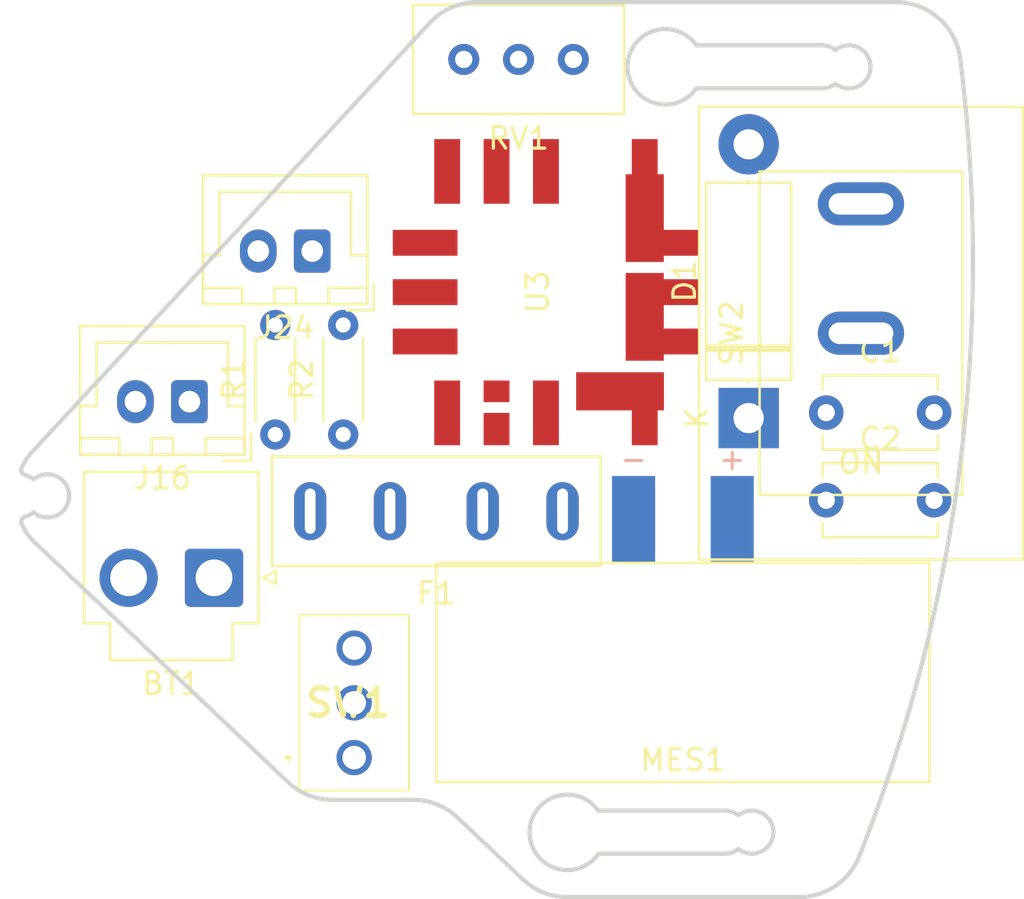
<source format=kicad_pcb>
(kicad_pcb (version 20221018) (generator pcbnew)
  (layers (0 "F.Cu" signal) (31 "B.Cu" signal) (34 "B.Paste" user) (35 "F.Paste" user) (36 "B.SilkS" user "B.Silkscreen") (37 "F.SilkS" user "F.Silkscreen") (38 "B.Mask" user) (39 "F.Mask" user) (44 "Edge.Cuts" user))
  (net 0 "")
  (net 1 "Net-(BT1-+)")
  (net 2 "GND")
  (net 3 "+12V")
  (net 4 "+5V")
  (net 5 "Net-(D1-K)")
  (net 6 "Net-(U3-ON{slash}OFF_CTRL)")
  (net 7 "Net-(R2-Pad1)")
  (net 8 "Net-(R2-Pad2)")
  (net 9 "Net-(U3-TRIM)")
  (footprint "Lib:2MS1T2B4M2QES" (layer "F.Cu") (at 149.86 113.03)
    (fp_text reference "SW1" (at -0.28 -2.54) (layer "F.SilkS") (effects (font (size 1.27 1.27) (thickness 0.254))))
    (fp_text value "SW_DIP_x01" hide)
    (fp_line (start -3.1 0) (end -3.1 0) (stroke (width 0.2)) (layer "F.SilkS"))
    (fp_line (start -3.1 0) (end -3.1 0) (stroke (width 0.2)) (layer "F.SilkS"))
    (fp_line (start -3 0) (end -3 0) (stroke (width 0.2)) (layer "F.SilkS"))
    (fp_line (start -2.54 -6.605) (end -2.54 1.525) (stroke (width 0.1)) (layer "F.SilkS"))
    (fp_line (start -2.54 1.525) (end 2.54 1.525) (stroke (width 0.1)) (layer "F.SilkS"))
    (fp_line (start 2.54 -6.605) (end -2.54 -6.605) (stroke (width 0.1)) (layer "F.SilkS"))
    (fp_line (start 2.54 1.525) (end 2.54 -6.605) (stroke (width 0.1)) (layer "F.SilkS"))
    (fp_arc (start -3.1 0) (mid -3.05 -0.05) (end -3 0) (stroke (width 0.2)) (layer "F.SilkS"))
    (fp_arc (start -3 0) (mid -3.05 0.05) (end -3.1 0) (stroke (width 0.2)) (layer "F.SilkS"))
    (fp_arc (start -3 0) (mid -3.05 0.05) (end -3.1 0) (stroke (width 0.2)) (layer "F.SilkS"))
    (pad "1" thru_hole circle (at 0 0) (size 1.635 1.635) (drill 1.09) (layers "*.Cu" "*.Mask") (net 2 "GND"))
    (pad "2" thru_hole circle (at 0 -2.54) (size 1.635 1.635) (drill 1.09) (layers "*.Cu" "*.Mask") (net 6 "Net-(U3-ON{slash}OFF_CTRL)"))
    (pad "3" thru_hole circle (at 0 -5.08) (size 1.635 1.635) (drill 1.09) (layers "*.Cu" "*.Mask"))
  )
  (footprint "Diode_THT:D_5W_P12.70mm_Horizontal" (layer "F.Cu") (at 168.148 97.282 90)
    (fp_text reference "D1" (at 6.35 -2.97 90) (layer "F.SilkS"))
    (fp_text value "D_Shockley")
    (fp_text user "K" (at 0 -2.4 90) (layer "F.SilkS"))
    (fp_line (start 1.64 0) (end 1.78 0) (stroke (width 0.12)) (layer "F.SilkS"))
    (fp_line (start 1.78 -1.97) (end 1.78 1.97) (stroke (width 0.12)) (layer "F.SilkS"))
    (fp_line (start 1.78 1.97) (end 10.92 1.97) (stroke (width 0.12)) (layer "F.SilkS"))
    (fp_line (start 3.115 -1.97) (end 3.115 1.97) (stroke (width 0.12)) (layer "F.SilkS"))
    (fp_line (start 3.235 -1.97) (end 3.235 1.97) (stroke (width 0.12)) (layer "F.SilkS"))
    (fp_line (start 3.355 -1.97) (end 3.355 1.97) (stroke (width 0.12)) (layer "F.SilkS"))
    (fp_line (start 10.92 -1.97) (end 1.78 -1.97) (stroke (width 0.12)) (layer "F.SilkS"))
    (fp_line (start 10.92 1.97) (end 10.92 -1.97) (stroke (width 0.12)) (layer "F.SilkS"))
    (fp_line (start 11.06 0) (end 10.92 0) (stroke (width 0.12)) (layer "F.SilkS"))
    (pad "1" thru_hole rect (at 0 0 90) (size 2.8 2.8) (drill 1.4) (layers "*.Cu" "*.Mask") (net 5 "Net-(D1-K)"))
    (pad "2" thru_hole oval (at 12.7 0 90) (size 2.8 2.8) (drill 1.4) (layers "*.Cu" "*.Mask") (net 2 "GND"))
  )
  (footprint "Connector_JST:JST_VH_B2P-VH-B_1x02_P3.96mm_Vertical" (layer "F.Cu") (at 143.3625 104.69 180)
    (fp_text reference "BT1" (at 1.98 -4.9) (layer "F.SilkS"))
    (fp_text value "Battery")
    (fp_line (start -2.86 -0.3) (end -2.26 0) (stroke (width 0.12)) (layer "F.SilkS"))
    (fp_line (start -2.86 0.3) (end -2.86 -0.3) (stroke (width 0.12)) (layer "F.SilkS"))
    (fp_line (start -2.26 0) (end -2.86 0.3) (stroke (width 0.12)) (layer "F.SilkS"))
    (fp_line (start -2.06 -2.11) (end -0.86 -2.11) (stroke (width 0.12)) (layer "F.SilkS"))
    (fp_line (start -2.06 4.91) (end -2.06 -2.11) (stroke (width 0.12)) (layer "F.SilkS"))
    (fp_line (start -0.86 -3.81) (end 4.82 -3.81) (stroke (width 0.12)) (layer "F.SilkS"))
    (fp_line (start -0.86 -2.11) (end -0.86 -3.81) (stroke (width 0.12)) (layer "F.SilkS"))
    (fp_line (start 4.82 -3.81) (end 4.82 -2.11) (stroke (width 0.12)) (layer "F.SilkS"))
    (fp_line (start 4.82 -2.11) (end 6.02 -2.11) (stroke (width 0.12)) (layer "F.SilkS"))
    (fp_line (start 6.02 -2.11) (end 6.02 4.91) (stroke (width 0.12)) (layer "F.SilkS"))
    (fp_line (start 6.02 4.91) (end -2.06 4.91) (stroke (width 0.12)) (layer "F.SilkS"))
    (pad "1" thru_hole roundrect (at 0 0 180) (size 2.7 2.7) (drill 1.7) (layers "*.Cu" "*.Mask") (roundrect_rratio 0.092593) (net 1 "Net-(BT1-+)"))
    (pad "2" thru_hole circle (at 3.96 0 180) (size 2.7 2.7) (drill 1.7) (layers "*.Cu" "*.Mask") (net 2 "GND"))
  )
  (footprint "Resistor_THT:R_Axial_DIN0204_L3.6mm_D1.6mm_P5.08mm_Horizontal" (layer "F.Cu") (at 149.352 98.044 90)
    (fp_text reference "R2" (at 2.54 -1.92 90) (layer "F.SilkS"))
    (fp_text value "R")
    (fp_line (start 0.62 -0.92) (end 4.46 -0.92) (stroke (width 0.12)) (layer "F.SilkS"))
    (fp_line (start 0.62 0.92) (end 4.46 0.92) (stroke (width 0.12)) (layer "F.SilkS"))
    (pad "1" thru_hole circle (at 0 0 90) (size 1.4 1.4) (drill 0.7) (layers "*.Cu" "*.Mask") (net 7 "Net-(R2-Pad1)"))
    (pad "2" thru_hole oval (at 5.08 0 90) (size 1.4 1.4) (drill 0.7) (layers "*.Cu" "*.Mask") (net 8 "Net-(R2-Pad2)"))
  )
  (footprint "Capacitor_THT:C_Disc_D5.1mm_W3.2mm_P5.00mm" (layer "F.Cu") (at 171.744 101.092)
    (fp_text reference "C2" (at 2.5 -2.85) (layer "F.SilkS"))
    (fp_text value "C")
    (fp_line (start -0.17 -1.721) (end -0.17 -1.055) (stroke (width 0.12)) (layer "F.SilkS"))
    (fp_line (start -0.17 -1.721) (end 5.17 -1.721) (stroke (width 0.12)) (layer "F.SilkS"))
    (fp_line (start -0.17 1.055) (end -0.17 1.721) (stroke (width 0.12)) (layer "F.SilkS"))
    (fp_line (start -0.17 1.721) (end 5.17 1.721) (stroke (width 0.12)) (layer "F.SilkS"))
    (fp_line (start 5.17 -1.721) (end 5.17 -1.055) (stroke (width 0.12)) (layer "F.SilkS"))
    (fp_line (start 5.17 1.055) (end 5.17 1.721) (stroke (width 0.12)) (layer "F.SilkS"))
    (pad "1" thru_hole circle (at 0 0) (size 1.6 1.6) (drill 0.8) (layers "*.Cu" "*.Mask") (net 4 "+5V"))
    (pad "2" thru_hole circle (at 5 0) (size 1.6 1.6) (drill 0.8) (layers "*.Cu" "*.Mask") (net 2 "GND"))
  )
  (footprint "Lib:DCDC-murata-6A" (layer "F.Cu") (at 152.65 85.34 -90)
    (fp_text reference "U3" (at 6.096 -5.715 90) (layer "F.SilkS"))
    (fp_text value "OKL-T_6-W12N-C" hide)
    (pad "1" smd trapezoid (at 0.5 -6.1 270) (size 3 1.2) (layers "F.Cu" "F.Paste" "F.Mask") (net 6 "Net-(U3-ON{slash}OFF_CTRL)"))
    (pad "2" smd trapezoid (at 0.5 -10.68 270) (size 3 1.2) (layers "F.Cu" "F.Paste" "F.Mask") (net 3 "+12V"))
    (pad "2" smd trapezoid (at 2.665 -10.68 270) (size 4.07 1.77) (layers "F.Cu" "F.Paste" "F.Mask") (net 3 "+12V"))
    (pad "2" smd trapezoid (at 3.81 -11.7 270) (size 1.2 3) (layers "F.Cu" "F.Paste" "F.Mask") (net 3 "+12V"))
    (pad "3" smd trapezoid (at 6.1 -11.7 270) (size 1.2 3) (layers "F.Cu" "F.Paste" "F.Mask") (net 8 "Net-(R2-Pad2)"))
    (pad "3" smd trapezoid (at 7.245 -10.68 270) (size 4.07 1.77) (layers "F.Cu" "F.Paste" "F.Mask") (net 8 "Net-(R2-Pad2)"))
    (pad "3" smd trapezoid (at 8.39 -11.7 270) (size 1.2 3) (layers "F.Cu" "F.Paste" "F.Mask") (net 8 "Net-(R2-Pad2)"))
    (pad "4" smd trapezoid (at 10.7 -9.535 270) (size 1.77 4.07) (layers "F.Cu" "F.Paste" "F.Mask") (net 4 "+5V"))
    (pad "4" smd trapezoid (at 11.7 -10.68 270) (size 3 1.2) (layers "F.Cu" "F.Paste" "F.Mask") (net 4 "+5V"))
    (pad "5" smd trapezoid (at 11.7 -6.1 270) (size 3 1.2) (layers "F.Cu" "F.Paste" "F.Mask") (net 4 "+5V"))
    (pad "6" smd trapezoid (at 11.7 -1.52 270) (size 3 1.2) (layers "F.Cu" "F.Paste" "F.Mask") (net 9 "Net-(U3-TRIM)"))
    (pad "7" smd trapezoid (at 6.1 -0.5 270) (size 1.2 3) (layers "F.Cu" "F.Paste" "F.Mask") (net 8 "Net-(R2-Pad2)"))
    (pad "8" smd trapezoid (at 3.81 -0.5 270) (size 1.2 3) (layers "F.Cu" "F.Paste" "F.Mask"))
    (pad "9" smd trapezoid (at 0.5 -1.52 270) (size 3 1.2) (layers "F.Cu" "F.Paste" "F.Mask"))
    (pad "10" smd trapezoid (at 0.5 -3.81 270) (size 3 1.2) (layers "F.Cu" "F.Paste" "F.Mask"))
    (pad "11" smd trapezoid (at 12.45 -3.81 270) (size 1.5 1.2) (layers "F.Cu" "F.Paste" "F.Mask"))
    (pad "12" smd trapezoid (at 8.39 -0.5 270) (size 1.2 3) (layers "F.Cu" "F.Paste" "F.Mask"))
    (pad "13" smd trapezoid (at 10.7 -3.81 270) (size 1 1.2) (layers "F.Cu" "F.Paste" "F.Mask"))
  )
  (footprint "Resistor_THT:R_Axial_DIN0204_L3.6mm_D1.6mm_P5.08mm_Horizontal" (layer "F.Cu") (at 146.202 98.044 90)
    (fp_text reference "R1" (at 2.54 -1.92 90) (layer "F.SilkS"))
    (fp_text value "R")
    (fp_line (start 0.62 -0.92) (end 4.46 -0.92) (stroke (width 0.12)) (layer "F.SilkS"))
    (fp_line (start 0.62 0.92) (end 4.46 0.92) (stroke (width 0.12)) (layer "F.SilkS"))
    (pad "1" thru_hole circle (at 0 0 90) (size 1.4 1.4) (drill 0.7) (layers "*.Cu" "*.Mask") (net 3 "+12V"))
    (pad "2" thru_hole oval (at 5.08 0 90) (size 1.4 1.4) (drill 0.7) (layers "*.Cu" "*.Mask") (net 6 "Net-(U3-ON{slash}OFF_CTRL)"))
  )
  (footprint "Connector_JST:JST_XH_B2B-XH-A_1x02_P2.50mm_Vertical" (layer "F.Cu") (at 142.22 96.52 180)
    (fp_text reference "J16" (at 1.25 -3.55) (layer "F.SilkS"))
    (fp_text value "Conn_01x02_Socket")
    (fp_line (start -2.85 -2.75) (end -2.85 -1.5) (stroke (width 0.12)) (layer "F.SilkS"))
    (fp_line (start -2.56 -2.46) (end -2.56 3.51) (stroke (width 0.12)) (layer "F.SilkS"))
    (fp_line (start -2.56 3.51) (end 5.06 3.51) (stroke (width 0.12)) (layer "F.SilkS"))
    (fp_line (start -2.55 -2.45) (end -2.55 -1.7) (stroke (width 0.12)) (layer "F.SilkS"))
    (fp_line (start -2.55 -1.7) (end -0.75 -1.7) (stroke (width 0.12)) (layer "F.SilkS"))
    (fp_line (start -2.55 -0.2) (end -1.8 -0.2) (stroke (width 0.12)) (layer "F.SilkS"))
    (fp_line (start -1.8 -0.2) (end -1.8 2.75) (stroke (width 0.12)) (layer "F.SilkS"))
    (fp_line (start -1.8 2.75) (end 1.25 2.75) (stroke (width 0.12)) (layer "F.SilkS"))
    (fp_line (start -1.6 -2.75) (end -2.85 -2.75) (stroke (width 0.12)) (layer "F.SilkS"))
    (fp_line (start -0.75 -2.45) (end -2.55 -2.45) (stroke (width 0.12)) (layer "F.SilkS"))
    (fp_line (start -0.75 -1.7) (end -0.75 -2.45) (stroke (width 0.12)) (layer "F.SilkS"))
    (fp_line (start 0.75 -2.45) (end 0.75 -1.7) (stroke (width 0.12)) (layer "F.SilkS"))
    (fp_line (start 0.75 -1.7) (end 1.75 -1.7) (stroke (width 0.12)) (layer "F.SilkS"))
    (fp_line (start 1.75 -2.45) (end 0.75 -2.45) (stroke (width 0.12)) (layer "F.SilkS"))
    (fp_line (start 1.75 -1.7) (end 1.75 -2.45) (stroke (width 0.12)) (layer "F.SilkS"))
    (fp_line (start 3.25 -2.45) (end 3.25 -1.7) (stroke (width 0.12)) (layer "F.SilkS"))
    (fp_line (start 3.25 -1.7) (end 5.05 -1.7) (stroke (width 0.12)) (layer "F.SilkS"))
    (fp_line (start 4.3 -0.2) (end 4.3 2.75) (stroke (width 0.12)) (layer "F.SilkS"))
    (fp_line (start 4.3 2.75) (end 1.25 2.75) (stroke (width 0.12)) (layer "F.SilkS"))
    (fp_line (start 5.05 -2.45) (end 3.25 -2.45) (stroke (width 0.12)) (layer "F.SilkS"))
    (fp_line (start 5.05 -1.7) (end 5.05 -2.45) (stroke (width 0.12)) (layer "F.SilkS"))
    (fp_line (start 5.05 -0.2) (end 4.3 -0.2) (stroke (width 0.12)) (layer "F.SilkS"))
    (fp_line (start 5.06 -2.46) (end -2.56 -2.46) (stroke (width 0.12)) (layer "F.SilkS"))
    (fp_line (start 5.06 3.51) (end 5.06 -2.46) (stroke (width 0.12)) (layer "F.SilkS"))
    (pad "1" thru_hole roundrect (at 0 0 180) (size 1.7 2) (drill 1) (layers "*.Cu" "*.Mask") (roundrect_rratio 0.147059) (net 3 "+12V"))
    (pad "2" thru_hole oval (at 2.5 0 180) (size 1.7 2) (drill 1) (layers "*.Cu" "*.Mask") (net 2 "GND"))
  )
  (footprint "Lib:DS-850k" (layer "F.Cu") (at 173.355 93.345 -90)
    (fp_text reference "SW2" (at 0 6 90) (layer "F.SilkS"))
    (fp_text value "SW_DIP_x01")
    (fp_text user "ON" (at 6 0) (layer "F.SilkS"))
    (fp_line (start -10.5 -7.5) (end -10.5 7.5) (stroke (width 0.12)) (layer "F.SilkS"))
    (fp_line (start -10.5 7.5) (end 10.5 7.5) (stroke (width 0.12)) (layer "F.SilkS"))
    (fp_line (start -7.5 -4.7) (end -7.5 4.7) (stroke (width 0.12)) (layer "F.SilkS"))
    (fp_line (start -7.5 4.7) (end 7.5 4.7) (stroke (width 0.12)) (layer "F.SilkS"))
    (fp_line (start 7.5 -4.7) (end -7.5 -4.7) (stroke (width 0.12)) (layer "F.SilkS"))
    (fp_line (start 7.5 0) (end 7.5 -4.7) (stroke (width 0.12)) (layer "F.SilkS"))
    (fp_line (start 7.5 4.7) (end 7.5 0) (stroke (width 0.12)) (layer "F.SilkS"))
    (fp_line (start 10.5 -7.5) (end -10.5 -7.5) (stroke (width 0.12)) (layer "F.SilkS"))
    (fp_line (start 10.5 0) (end 10.5 -7.5) (stroke (width 0.12)) (layer "F.SilkS"))
    (fp_line (start 10.5 7.5) (end 10.5 0) (stroke (width 0.12)) (layer "F.SilkS"))
    (pad "1" thru_hole oval (at 0 0) (size 4 2) (drill oval 3 1) (layers "*.Cu" "*.Mask") (net 5 "Net-(D1-K)"))
    (pad "2" thru_hole oval (at -6 0) (size 4 2) (drill oval 3 1) (layers "*.Cu" "*.Mask") (net 3 "+12V"))
  )
  (footprint "Capacitor_THT:C_Disc_D5.1mm_W3.2mm_P5.00mm" (layer "F.Cu") (at 171.744 97.028)
    (fp_text reference "C1" (at 2.5 -2.85) (layer "F.SilkS"))
    (fp_text value "C")
    (fp_line (start -0.17 -1.721) (end -0.17 -1.055) (stroke (width 0.12)) (layer "F.SilkS"))
    (fp_line (start -0.17 -1.721) (end 5.17 -1.721) (stroke (width 0.12)) (layer "F.SilkS"))
    (fp_line (start -0.17 1.055) (end -0.17 1.721) (stroke (width 0.12)) (layer "F.SilkS"))
    (fp_line (start -0.17 1.721) (end 5.17 1.721) (stroke (width 0.12)) (layer "F.SilkS"))
    (fp_line (start 5.17 -1.721) (end 5.17 -1.055) (stroke (width 0.12)) (layer "F.SilkS"))
    (fp_line (start 5.17 1.055) (end 5.17 1.721) (stroke (width 0.12)) (layer "F.SilkS"))
    (pad "1" thru_hole circle (at 0 0) (size 1.6 1.6) (drill 0.8) (layers "*.Cu" "*.Mask") (net 3 "+12V"))
    (pad "2" thru_hole circle (at 5 0) (size 1.6 1.6) (drill 0.8) (layers "*.Cu" "*.Mask") (net 2 "GND"))
  )
  (footprint "Connector_JST:JST_XH_B2B-XH-A_1x02_P2.50mm_Vertical" (layer "F.Cu") (at 147.915 89.535 180)
    (fp_text reference "J24" (at 1.25 -3.55) (layer "F.SilkS"))
    (fp_text value "Conn_01x02_Socket")
    (fp_line (start -2.85 -2.75) (end -2.85 -1.5) (stroke (width 0.12)) (layer "F.SilkS"))
    (fp_line (start -2.56 -2.46) (end -2.56 3.51) (stroke (width 0.12)) (layer "F.SilkS"))
    (fp_line (start -2.56 3.51) (end 5.06 3.51) (stroke (width 0.12)) (layer "F.SilkS"))
    (fp_line (start -2.55 -2.45) (end -2.55 -1.7) (stroke (width 0.12)) (layer "F.SilkS"))
    (fp_line (start -2.55 -1.7) (end -0.75 -1.7) (stroke (width 0.12)) (layer "F.SilkS"))
    (fp_line (start -2.55 -0.2) (end -1.8 -0.2) (stroke (width 0.12)) (layer "F.SilkS"))
    (fp_line (start -1.8 -0.2) (end -1.8 2.75) (stroke (width 0.12)) (layer "F.SilkS"))
    (fp_line (start -1.8 2.75) (end 1.25 2.75) (stroke (width 0.12)) (layer "F.SilkS"))
    (fp_line (start -1.6 -2.75) (end -2.85 -2.75) (stroke (width 0.12)) (layer "F.SilkS"))
    (fp_line (start -0.75 -2.45) (end -2.55 -2.45) (stroke (width 0.12)) (layer "F.SilkS"))
    (fp_line (start -0.75 -1.7) (end -0.75 -2.45) (stroke (width 0.12)) (layer "F.SilkS"))
    (fp_line (start 0.75 -2.45) (end 0.75 -1.7) (stroke (width 0.12)) (layer "F.SilkS"))
    (fp_line (start 0.75 -1.7) (end 1.75 -1.7) (stroke (width 0.12)) (layer "F.SilkS"))
    (fp_line (start 1.75 -2.45) (end 0.75 -2.45) (stroke (width 0.12)) (layer "F.SilkS"))
    (fp_line (start 1.75 -1.7) (end 1.75 -2.45) (stroke (width 0.12)) (layer "F.SilkS"))
    (fp_line (start 3.25 -2.45) (end 3.25 -1.7) (stroke (width 0.12)) (layer "F.SilkS"))
    (fp_line (start 3.25 -1.7) (end 5.05 -1.7) (stroke (width 0.12)) (layer "F.SilkS"))
    (fp_line (start 4.3 -0.2) (end 4.3 2.75) (stroke (width 0.12)) (layer "F.SilkS"))
    (fp_line (start 4.3 2.75) (end 1.25 2.75) (stroke (width 0.12)) (layer "F.SilkS"))
    (fp_line (start 5.05 -2.45) (end 3.25 -2.45) (stroke (width 0.12)) (layer "F.SilkS"))
    (fp_line (start 5.05 -1.7) (end 5.05 -2.45) (stroke (width 0.12)) (layer "F.SilkS"))
    (fp_line (start 5.05 -0.2) (end 4.3 -0.2) (stroke (width 0.12)) (layer "F.SilkS"))
    (fp_line (start 5.06 -2.46) (end -2.56 -2.46) (stroke (width 0.12)) (layer "F.SilkS"))
    (fp_line (start 5.06 3.51) (end 5.06 -2.46) (stroke (width 0.12)) (layer "F.SilkS"))
    (pad "1" thru_hole roundrect (at 0 0 180) (size 1.7 2) (drill 1) (layers "*.Cu" "*.Mask") (roundrect_rratio 0.147059) (net 4 "+5V"))
    (pad "2" thru_hole oval (at 2.5 0 180) (size 1.7 2) (drill 1) (layers "*.Cu" "*.Mask") (net 2 "GND"))
  )
  (footprint "Potentiometer_THT:Potentiometer_Bourns_3296W_Vertical" (layer "F.Cu") (at 154.94 80.645 180)
    (fp_text reference "RV1" (at -2.54 -3.66) (layer "F.SilkS"))
    (fp_text value "R_Potentiometer_Trim_US" hide)
    (fp_line (start -7.425 -2.53) (end -7.425 2.54) (stroke (width 0.12)) (layer "F.SilkS"))
    (fp_line (start -7.425 -2.53) (end 2.345 -2.53) (stroke (width 0.12)) (layer "F.SilkS"))
    (fp_line (start -7.425 2.54) (end 2.345 2.54) (stroke (width 0.12)) (layer "F.SilkS"))
    (fp_line (start 2.345 -2.53) (end 2.345 2.54) (stroke (width 0.12)) (layer "F.SilkS"))
    (pad "1" thru_hole circle (at 0 0 180) (size 1.44 1.44) (drill 0.8) (layers "*.Cu" "*.Mask") (net 7 "Net-(R2-Pad1)"))
    (pad "2" thru_hole circle (at -2.54 0 180) (size 1.44 1.44) (drill 0.8) (layers "*.Cu" "*.Mask") (net 7 "Net-(R2-Pad1)"))
    (pad "3" thru_hole circle (at -5.08 0 180) (size 1.44 1.44) (drill 0.8) (layers "*.Cu" "*.Mask") (net 9 "Net-(U3-TRIM)"))
  )
  (footprint "Voltage_Counter:voltage_counter" (layer "F.Cu") (at 165.1 114.159 180)
    (fp_text reference "MES1" (at 0 1.016) (layer "F.SilkS"))
    (fp_text value "Voltmeter_DC")
    (fp_text user "-" (at 2.286 14.986) (layer "B.SilkS") (effects (justify mirror)))
    (fp_text user "+" (at -2.286 14.986) (layer "B.SilkS") (effects (justify mirror)))
    (fp_line (start -11.43 0) (end 0 0) (stroke (width 0.12)) (layer "F.SilkS"))
    (fp_line (start -11.43 10.16) (end -11.43 0) (stroke (width 0.12)) (layer "F.SilkS"))
    (fp_line (start 0 0) (end 11.43 0) (stroke (width 0.12)) (layer "F.SilkS"))
    (fp_line (start 0 10.16) (end -11.43 10.16) (stroke (width 0.12)) (layer "F.SilkS"))
    (fp_line (start 11.43 0) (end 11.43 10.16) (stroke (width 0.12)) (layer "F.SilkS"))
    (fp_line (start 11.43 10.16) (end 0 10.16) (stroke (width 0.12)) (layer "F.SilkS"))
    (pad "1" smd rect (at 2.286 12.192 180) (size 2 4) (layers "B.Cu" "B.Paste" "B.Mask") (net 2 "GND"))
    (pad "2" smd rect (at -2.286 12.192 180) (size 2 4) (layers "B.Cu" "B.Paste" "B.Mask") (net 5 "Net-(D1-K)"))
  )
  (footprint "Fuse_Socket:fuse_socket" (layer "F.Cu") (at 153.67 99.06)
    (fp_text reference "F1" (at 0 6.35) (layer "F.SilkS"))
    (fp_text value "Fuse")
    (fp_line (start -7.62 0) (end -7.62 5.08) (stroke (width 0.12)) (layer "F.SilkS"))
    (fp_line (start -7.62 5.08) (end 0 5.08) (stroke (width 0.12)) (layer "F.SilkS"))
    (fp_line (start 0 0) (end -7.62 0) (stroke (width 0.12)) (layer "F.SilkS"))
    (fp_line (start 0 5.08) (end 7.62 5.08) (stroke (width 0.12)) (layer "F.SilkS"))
    (fp_line (start 7.62 0) (end 0 0) (stroke (width 0.12)) (layer "F.SilkS"))
    (fp_line (start 7.62 5.08) (end 7.62 0) (stroke (width 0.12)) (layer "F.SilkS"))
    (pad "1" thru_hole oval (at -5.85 2.54) (size 1.5 2.7) (drill oval 0.5 2.1) (layers "*.Cu" "*.Mask") (net 1 "Net-(BT1-+)"))
    (pad "1" thru_hole oval (at -2.15 2.54) (size 1.5 2.7) (drill oval 0.5 2.1) (layers "*.Cu" "*.Mask") (net 1 "Net-(BT1-+)"))
    (pad "2" thru_hole oval (at 2.15 2.54) (size 1.5 2.7) (drill oval 0.5 2.1) (layers "*.Cu" "*.Mask") (net 5 "Net-(D1-K)"))
    (pad "2" thru_hole oval (at 5.85 2.54) (size 1.5 2.7) (drill oval 0.5 2.1) (layers "*.Cu" "*.Mask") (net 5 "Net-(D1-K)"))
  )
  (gr_arc (start 172.170857 80.207632) (mid 173.795855 80.988258) (end 172.170857 81.768884) (stroke (width 0.2)) (layer "Edge.Cuts"))
  (gr_line (start 174.981142 77.988258) (end 155.560793 77.988258) (stroke (width 0.2)) (layer "Edge.Cuts"))
  (gr_arc (start 167.670856 115.707633) (mid 169.295856 116.488258) (end 167.670856 117.268882) (stroke (width 0.2)) (layer "Edge.Cuts"))
  (gr_arc (start 134.634683 99.225348) (mid 134.775019 99.031858) (end 134.930314 98.850154) (stroke (width 0.2)) (layer "Edge.Cuts"))
  (gr_line (start 167.045856 115.488257) (end 161.169903 115.488257) (stroke (width 0.2)) (layer "Edge.Cuts"))
  (gr_arc (start 134.606256 99.291252) (mid 134.617489 99.257014) (end 134.634683 99.225348) (stroke (width 0.2)) (layer "Edge.Cuts"))
  (gr_line (start 135.068668 103.066879) (end 146.790181 114.166571) (stroke (width 0.2)) (layer "Edge.Cuts"))
  (gr_arc (start 161.184056 117.488257) (mid 157.990935 116.510802) (end 161.169903 115.488257) (stroke (width 0.2)) (layer "Edge.Cuts"))
  (gr_arc (start 167.670856 117.268882) (mid 167.377047 117.431821) (end 167.045856 117.488257) (stroke (width 0.2)) (layer "Edge.Cuts"))
  (gr_arc (start 165.717924 81.988258) (mid 162.531784 80.988256) (end 165.717925 79.988258) (stroke (width 0.2)) (layer "Edge.Cuts"))
  (gr_arc (start 134.605759 102.484474) (mid 134.524001 102.346296) (end 134.449752 102.203942) (stroke (width 0.2)) (layer "Edge.Cuts"))
  (gr_line (start 159.740892 119.49842) (end 170.487707 119.49842) (stroke (width 0.2)) (layer "Edge.Cuts"))
  (gr_line (start 165.717924 81.988258) (end 171.545858 81.988258) (stroke (width 0.2)) (layer "Edge.Cuts"))
  (gr_arc (start 171.545385 79.988258) (mid 171.876825 80.044616) (end 172.170857 80.207632) (stroke (width 0.2)) (layer "Edge.Cuts"))
  (gr_line (start 154.65075 115.809946) (end 157.678138 118.676732) (stroke (width 0.2)) (layer "Edge.Cuts"))
  (gr_arc (start 159.740892 119.49842) (mid 158.630698 119.285438) (end 157.678138 118.676732) (stroke (width 0.2)) (layer "Edge.Cuts"))
  (gr_arc (start 134.995856 101.648192) (mid 134.813641 101.7721) (end 134.608713 101.853093) (stroke (width 0.2)) (layer "Edge.Cuts"))
  (gr_arc (start 134.608713 99.923423) (mid 134.446709 99.785388) (end 134.449752 99.572574) (stroke (width 0.2)) (layer "Edge.Cuts"))
  (gr_arc (start 134.608713 99.923423) (mid 134.813641 100.004416) (end 134.995856 100.128324) (stroke (width 0.2)) (layer "Edge.Cuts"))
  (gr_line (start 161.184056 117.488257) (end 167.045856 117.488257) (stroke (width 0.2)) (layer "Edge.Cuts"))
  (gr_arc (start 174.981142 77.988258) (mid 176.965456 78.738258) (end 177.957613 80.613258) (stroke (width 0.2)) (layer "Edge.Cuts"))
  (gr_arc (start 148.852935 114.988258) (mid 147.742741 114.775276) (end 146.790181 114.166571) (stroke (width 0.2)) (layer "Edge.Cuts"))
  (gr_arc (start 135.068668 103.066879) (mid 134.837008 102.821352) (end 134.634397 102.551355) (stroke (width 0.2)) (layer "Edge.Cuts"))
  (gr_line (start 171.545385 79.988258) (end 165.717925 79.988258) (stroke (width 0.2)) (layer "Edge.Cuts"))
  (gr_line (start 153.359685 78.949846) (end 134.930314 98.850154) (stroke (width 0.2)) (layer "Edge.Cuts"))
  (gr_arc (start 177.957613 80.613258) (mid 177.952515 99.403633) (end 173.276951 117.60301) (stroke (width 0.2)) (layer "Edge.Cuts"))
  (gr_line (start 148.852935 114.988258) (end 152.587996 114.988258) (stroke (width 0.2)) (layer "Edge.Cuts"))
  (gr_arc (start 134.634397 102.551355) (mid 134.617011 102.519228) (end 134.605759 102.484474) (stroke (width 0.2)) (layer "Edge.Cuts"))
  (gr_arc (start 134.995856 100.128324) (mid 136.645856 100.888258) (end 134.995856 101.648192) (stroke (width 0.2)) (layer "Edge.Cuts"))
  (gr_arc (start 153.359685 78.949846) (mid 154.359801 78.239146) (end 155.560793 77.988258) (stroke (width 0.2)) (layer "Edge.Cuts"))
  (gr_arc (start 173.276951 117.60301) (mid 172.173861 118.979727) (end 170.487707 119.49842) (stroke (width 0.2)) (layer "Edge.Cuts"))
  (gr_arc (start 167.045856 115.488257) (mid 167.377047 115.544694) (end 167.670856 115.707633) (stroke (width 0.2)) (layer "Edge.Cuts"))
  (gr_arc (start 134.449752 102.203942) (mid 134.44671 101.991129) (end 134.608713 101.853093) (stroke (width 0.2)) (layer "Edge.Cuts"))
  (gr_arc (start 172.170857 81.768884) (mid 171.877049 81.931822) (end 171.545858 81.988258) (stroke (width 0.2)) (layer "Edge.Cuts"))
  (gr_arc (start 134.449752 99.572574) (mid 134.524228 99.429812) (end 134.606256 99.291252) (stroke (width 0.2)) (layer "Edge.Cuts"))
  (gr_arc (start 152.587996 114.988258) (mid 153.69819 115.20124) (end 154.65075 115.809946) (stroke (width 0.2)) (layer "Edge.Cuts"))
)
</source>
